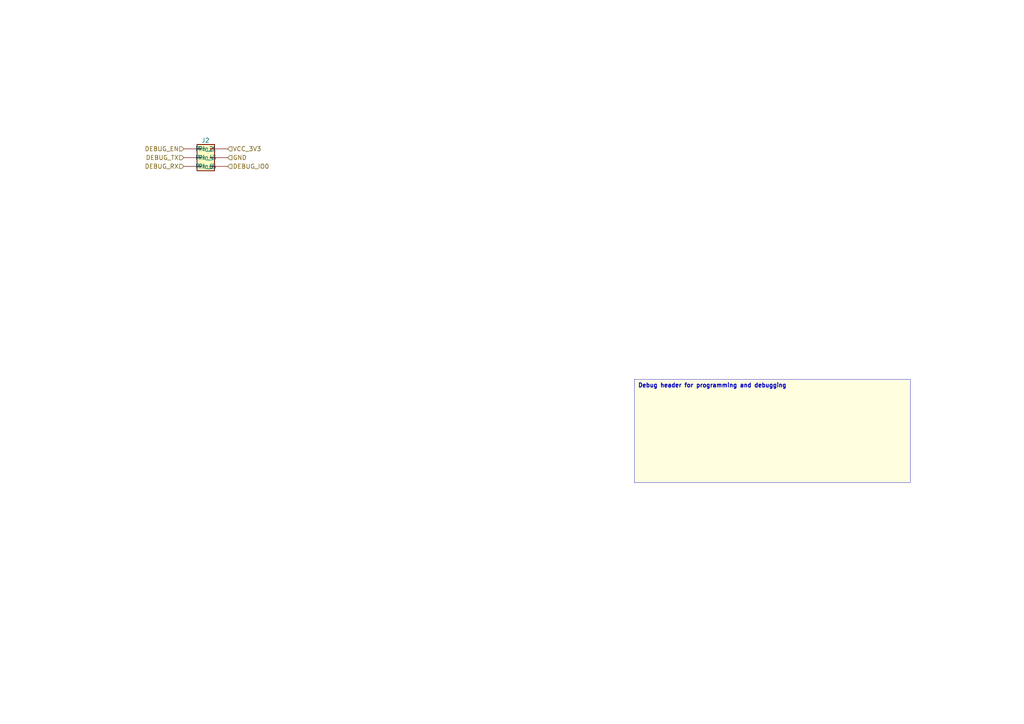
<source format=kicad_sch>
(kicad_sch (version 20250114) (generator "kicad_api") (generator_version "9.0")
  (paper "A4")
  (lib_symbols
    (symbol "Connector_Generic:Conn_02x03_Odd_Even" (pin_numbers hide) (pin_names (offset 0.254))
      (property "Reference" "{'value': 'J', 'position': {'x': 1.27, 'y': 5.08, 'rotation': 0.0}, 'effects': {'font_size': [1.27, 1.27]}}" (at 0.0 0.0 0))
      (property "Value" "{'value': 'Conn_02x03_Odd_Even', 'position': {'x': 1.27, 'y': -5.08, 'rotation': 0.0}, 'effects': {'font_size': [1.27, 1.27]}}" (at 0.0 0.0 0))
      (symbol "Conn_02x03_Odd_Even_0_1"
        (rectangle (start -1.27 3.81) (end 3.81 -3.81) (stroke (width 0.254)) (fill (type background)))
        (rectangle (start -1.27 2.667) (end 0.0 2.413) (stroke (width 0.1524)))
        (rectangle (start -1.27 0.127) (end 0.0 -0.127) (stroke (width 0.1524)))
        (rectangle (start -1.27 -2.413) (end 0.0 -2.667) (stroke (width 0.1524)))
        (rectangle (start 3.81 2.667) (end 2.54 2.413) (stroke (width 0.1524)))
        (rectangle (start 3.81 0.127) (end 2.54 -0.127) (stroke (width 0.1524)))
        (rectangle (start 3.81 -2.413) (end 2.54 -2.667) (stroke (width 0.1524)))
      )
      (symbol "Conn_02x03_Odd_Even_1_1"
        (pin passive line (at -5.08 2.54 0) (length 3.81) (name Pin_1) (number "1"))
        (pin passive line (at -5.08 0.0 0) (length 3.81) (name Pin_3) (number "3"))
        (pin passive line (at -5.08 -2.54 0) (length 3.81) (name Pin_5) (number "5"))
        (pin passive line (at 7.62 2.54 180) (length 3.81) (name Pin_2) (number "2"))
        (pin passive line (at 7.62 0.0 180) (length 3.81) (name Pin_4) (number "4"))
        (pin passive line (at 7.62 -2.54 180) (length 3.81) (name Pin_6) (number "6"))
      )
    )
  )
  (title_block (title Debug_Header) (date 2025-08-04) (company Circuit-Synth))
  (symbol (lib_id "Connector_Generic:Conn_02x03_Odd_Even") (at 58.42 45.72 0) (unit 1)
    (property "Reference" "J2" (at 58.42 40.72 0) (effects (justify left)))
    (property "Footprint" "Connector_IDC:IDC-Header_2x03_P2.54mm_Vertical" (effects (hide yes)))
  )
  (hierarchical_label DEBUG_EN (shape input) (at 53.34 43.18 180))
  (hierarchical_label DEBUG_TX (shape input) (at 53.34 45.72 180))
  (hierarchical_label DEBUG_RX (shape input) (at 53.34 48.26 180))
  (hierarchical_label VCC_3V3 (shape input) (at 66.04 43.18 0))
  (hierarchical_label GND (shape input) (at 66.04 45.72 0))
  (hierarchical_label DEBUG_IO0 (shape input) (at 66.04 48.26 0))
  (text_box "Debug header for programming and debugging" (exclude_from_sim yes) (at 184.0 110.0 0) (size 80.0 30.0) (margins 1.0 1.0 1.0 1.0) (stroke (width 0.1)) (fill (type color) (color 255 255 224 1)) (effects (font (size 1.2 1.2) (thickness 0.254)) (justify left top)))
)
</source>
